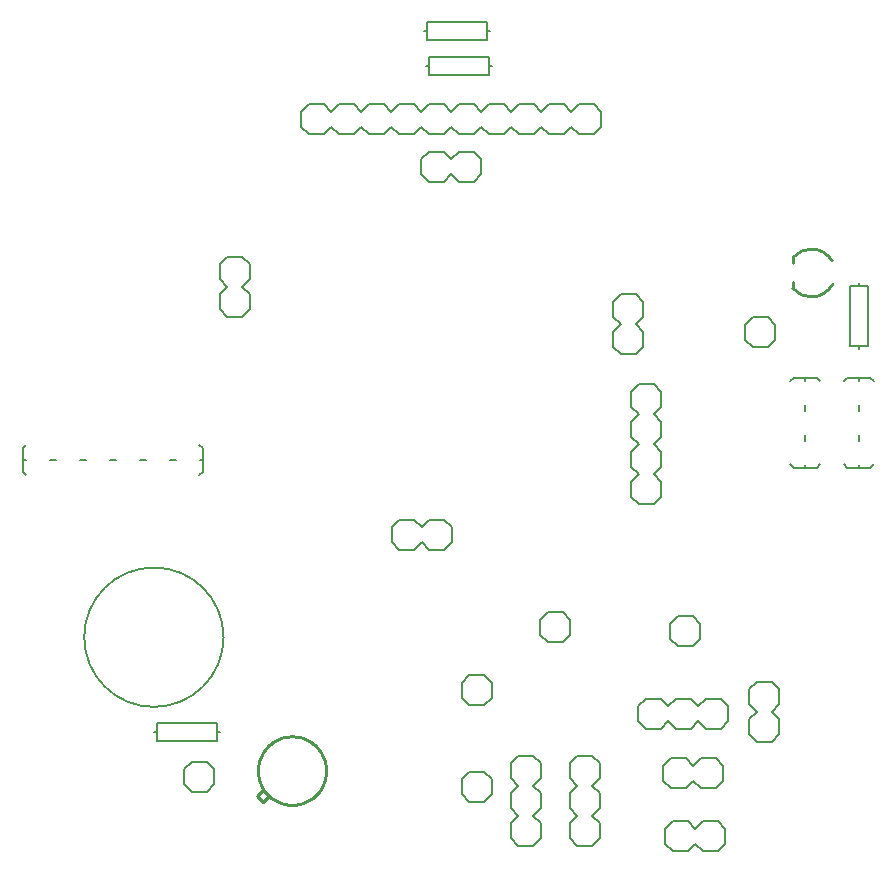
<source format=gbr>
G04 DipTrace 2.4.0.2*
%INTopSilk.gbr*%
%MOMM*%
%ADD10C,0.25*%
%ADD16C,0.203*%
%ADD17C,0.254*%
%FSLAX53Y53*%
G04*
G71*
G90*
G75*
G01*
%LNTopSilk*%
%LPD*%
X24577Y9466D2*
D10*
X24077Y8966D1*
Y9966D2*
X23577Y9466D1*
X24077Y8966D1*
X23637Y11621D2*
X23644Y11822D1*
X23665Y12023D1*
X23700Y12222D1*
X23749Y12418D1*
X23812Y12610D1*
X23887Y12798D1*
X23976Y12979D1*
X24077Y13154D1*
X24190Y13322D1*
X24314Y13481D1*
X24450Y13631D1*
X24595Y13771D1*
X24750Y13901D1*
X24913Y14020D1*
X25084Y14127D1*
X25263Y14222D1*
X25447Y14304D1*
X25637Y14373D1*
X25831Y14429D1*
X26029Y14471D1*
X26229Y14499D1*
X26431Y14513D1*
X26633D1*
X26834Y14499D1*
X27034Y14471D1*
X27232Y14429D1*
X27426Y14373D1*
X27616Y14304D1*
X27800Y14222D1*
X27979Y14127D1*
X28150Y14020D1*
X28314Y13901D1*
X28468Y13771D1*
X28614Y13631D1*
X28749Y13481D1*
X28873Y13322D1*
X28986Y13154D1*
X29087Y12979D1*
X29176Y12798D1*
X29251Y12610D1*
X29314Y12418D1*
X29363Y12222D1*
X29398Y12023D1*
X29419Y11822D1*
X29426Y11621D1*
X29419Y11419D1*
X29398Y11218D1*
X29363Y11019D1*
X29314Y10823D1*
X29251Y10631D1*
X29176Y10443D1*
X29087Y10262D1*
X28986Y10087D1*
X28873Y9919D1*
X28749Y9760D1*
X28614Y9610D1*
X28468Y9470D1*
X28314Y9340D1*
X28150Y9221D1*
X27979Y9114D1*
X27800Y9019D1*
X27616Y8937D1*
X27426Y8868D1*
X27232Y8812D1*
X27034Y8770D1*
X26834Y8742D1*
X26633Y8728D1*
X26431D1*
X26229Y8742D1*
X26029Y8770D1*
X25831Y8812D1*
X25637Y8868D1*
X25447Y8937D1*
X25263Y9019D1*
X25084Y9114D1*
X24913Y9221D1*
X24750Y9340D1*
X24595Y9470D1*
X24450Y9610D1*
X24314Y9760D1*
X24190Y9919D1*
X24077Y10087D1*
X23976Y10262D1*
X23887Y10443D1*
X23812Y10631D1*
X23749Y10823D1*
X23700Y11019D1*
X23665Y11218D1*
X23644Y11419D1*
X23637Y11621D1*
X15126Y15679D2*
D16*
X20207D1*
Y14917D1*
Y14155D1*
X15126D1*
Y14917D1*
Y15679D1*
X20207Y14917D2*
X20460D1*
X15126D2*
X14873D1*
X58595Y12687D2*
X59865D1*
X60500Y12052D1*
Y10782D2*
X59865Y10147D1*
X60500Y12052D2*
X61135Y12687D1*
X62405D1*
X63040Y12052D1*
Y10782D2*
X62405Y10147D1*
X61135D1*
X60500Y10782D1*
X57960Y12052D2*
Y10782D1*
X58595Y12687D2*
X57960Y12052D1*
Y10782D2*
X58595Y10147D1*
X59865D2*
X58595D1*
X63040Y12052D2*
Y10782D1*
X62572Y4813D2*
X61302D1*
X60667Y5448D1*
Y6718D2*
X61302Y7353D1*
X60667Y5448D2*
X60032Y4813D1*
X58762D1*
X58127Y5448D1*
Y6718D2*
X58762Y7353D1*
X60032D1*
X60667Y6718D1*
X63207Y5448D2*
Y6718D1*
X62572Y4813D2*
X63207Y5448D1*
Y6718D2*
X62572Y7353D1*
X61302D2*
X62572D1*
X58127Y5448D2*
Y6718D1*
X65230Y14678D2*
Y15948D1*
X65865Y16583D1*
X67135D2*
X67770Y15948D1*
X65865Y16583D2*
X65230Y17218D1*
Y18488D1*
X65865Y19123D1*
X67135D2*
X67770Y18488D1*
Y17218D1*
X67135Y16583D1*
X65865Y14043D2*
X67135D1*
X65230Y14678D2*
X65865Y14043D1*
X67135D2*
X67770Y14678D1*
Y15948D2*
Y14678D1*
X65865Y19123D2*
X67135D1*
X60937Y17052D2*
X61572Y17687D1*
X62842D1*
X63477Y17052D1*
Y15782D2*
X62842Y15147D1*
X61572D1*
X60937Y15782D1*
X56491Y17687D2*
X57762D1*
X58396Y17052D1*
Y15782D2*
X57762Y15147D1*
X58396Y17052D2*
X59032Y17687D1*
X60301D1*
X60937Y17052D1*
Y15782D2*
X60301Y15147D1*
X59032D1*
X58396Y15782D1*
X55857Y17052D2*
Y15782D1*
X56491Y17687D2*
X55857Y17052D1*
Y15782D2*
X56491Y15147D1*
X57762D2*
X56491D1*
X63477Y17052D2*
Y15782D1*
X45698Y10354D2*
X45063Y10988D1*
Y12259D1*
X45698Y12893D1*
X46968D2*
X47603Y12259D1*
Y10988D1*
X46968Y10354D1*
X45063Y5908D2*
Y7178D1*
X45698Y7813D1*
X46968D2*
X47603Y7178D1*
X45698Y7813D2*
X45063Y8449D1*
Y9718D1*
X45698Y10354D1*
X46968D2*
X47603Y9718D1*
Y8449D1*
X46968Y7813D1*
X45698Y5273D2*
X46968D1*
X45063Y5908D2*
X45698Y5273D1*
X46968D2*
X47603Y5908D1*
Y7178D2*
Y5908D1*
X45698Y12893D2*
X46968D1*
X50698Y10354D2*
X50063Y10988D1*
Y12259D1*
X50698Y12893D1*
X51968D2*
X52603Y12259D1*
Y10988D1*
X51968Y10354D1*
X50063Y5908D2*
Y7178D1*
X50698Y7813D1*
X51968D2*
X52603Y7178D1*
X50698Y7813D2*
X50063Y8449D1*
Y9718D1*
X50698Y10354D1*
X51968D2*
X52603Y9718D1*
Y8449D1*
X51968Y7813D1*
X50698Y5273D2*
X51968D1*
X50063Y5908D2*
X50698Y5273D1*
X51968D2*
X52603Y5908D1*
Y7178D2*
Y5908D1*
X50698Y12893D2*
X51968D1*
X74500Y40068D2*
Y39559D1*
Y42607D2*
Y42099D1*
Y37273D2*
Y37527D1*
Y37273D2*
X73510D1*
X73230Y37553D1*
X74500Y37273D2*
X75490D1*
X75770Y37553D1*
X74500Y44893D2*
Y44640D1*
Y44893D2*
X75490D1*
X75770Y44614D1*
X74500Y44893D2*
X73510D1*
X73230Y44614D1*
X70000Y40068D2*
Y39559D1*
Y42607D2*
Y42099D1*
Y37273D2*
Y37527D1*
Y37273D2*
X69010D1*
X68730Y37553D1*
X70000Y37273D2*
X70990D1*
X71270Y37553D1*
X70000Y44893D2*
Y44640D1*
Y44893D2*
X70990D1*
X71270Y44614D1*
X70000Y44893D2*
X69010D1*
X68730Y44614D1*
X70500Y51718D2*
D17*
G02X68939Y52449I0J2032D01*
G01*
X72293Y52794D2*
G02X70500Y51718I-1794J958D01*
G01*
Y55782D2*
G03X68949Y55063I0J-2031D01*
G01*
X72264Y54758D2*
G03X70500Y55782I-1764J-1007D01*
G01*
X68925Y52454D2*
Y52962D1*
Y55046D2*
Y54588D1*
X73738Y47543D2*
D16*
Y52624D1*
X74500D1*
X75262D1*
Y47543D1*
X74500D1*
X73738D1*
X74500Y52624D2*
Y52877D1*
Y47543D2*
Y47290D1*
X6507Y37917D2*
X5999D1*
X9047D2*
X8540D1*
X11588D2*
X11079D1*
X14127D2*
X13619D1*
X16667D2*
X16160D1*
X3713D2*
X3968D1*
X3713D2*
Y38907D1*
X3992Y39187D1*
X3713Y37917D2*
Y36926D1*
X3992Y36647D1*
X18953Y37917D2*
X18699D1*
X18953D2*
Y36926D1*
X18674Y36647D1*
X18953Y37917D2*
Y38907D1*
X18674Y39187D1*
X43040Y73488D2*
X37960D1*
Y74250D1*
Y75012D1*
X43040D1*
Y74250D1*
Y73488D1*
X37960Y74250D2*
X37706D1*
X43040D2*
X43294D1*
X43207Y70488D2*
X38126D1*
Y71250D1*
Y72012D1*
X43207D1*
Y71250D1*
Y70488D1*
X38126Y71250D2*
X37873D1*
X43207D2*
X43460D1*
X8933Y22917D2*
G02X8933Y22917I5900J0D01*
G01*
X43175Y68020D2*
X44445D1*
X45080Y67385D1*
Y66115D2*
X44445Y65480D1*
X40000Y67385D2*
X40635Y68020D1*
X41905D1*
X42540Y67385D1*
Y66115D2*
X41905Y65480D1*
X40635D1*
X40000Y66115D1*
X43175Y68020D2*
X42540Y67385D1*
Y66115D2*
X43175Y65480D1*
X44445D2*
X43175D1*
X35555Y68020D2*
X36825D1*
X37460Y67385D1*
Y66115D2*
X36825Y65480D1*
X37460Y67385D2*
X38095Y68020D1*
X39365D1*
X40000Y67385D1*
Y66115D2*
X39365Y65480D1*
X38095D1*
X37460Y66115D1*
X32380Y67385D2*
X33015Y68020D1*
X34285D1*
X34920Y67385D1*
Y66115D2*
X34285Y65480D1*
X33015D1*
X32380Y66115D1*
X35555Y68020D2*
X34920Y67385D1*
Y66115D2*
X35555Y65480D1*
X36825D2*
X35555D1*
X27935Y68020D2*
X29205D1*
X29840Y67385D1*
Y66115D2*
X29205Y65480D1*
X29840Y67385D2*
X30475Y68020D1*
X31745D1*
X32380Y67385D1*
Y66115D2*
X31745Y65480D1*
X30475D1*
X29840Y66115D1*
X27300Y67385D2*
Y66115D1*
X27935Y68020D2*
X27300Y67385D1*
Y66115D2*
X27935Y65480D1*
X29205D2*
X27935D1*
X45715Y68020D2*
X46985D1*
X47620Y67385D1*
Y66115D2*
X46985Y65480D1*
X45715Y68020D2*
X45080Y67385D1*
Y66115D2*
X45715Y65480D1*
X46985D2*
X45715D1*
X48255Y68020D2*
X49525D1*
X50160Y67385D1*
Y66115D2*
X49525Y65480D1*
X48255Y68020D2*
X47620Y67385D1*
Y66115D2*
X48255Y65480D1*
X49525D2*
X48255D1*
X50795Y68020D2*
X52065D1*
X52700Y67385D1*
Y66115D1*
X52065Y65480D1*
X50795Y68020D2*
X50160Y67385D1*
Y66115D2*
X50795Y65480D1*
X52065D2*
X50795D1*
X20397Y50678D2*
Y51948D1*
X21032Y52583D1*
X22302D2*
X22937Y51948D1*
X21032Y52583D2*
X20397Y53218D1*
Y54488D1*
X21032Y55123D1*
X22302D2*
X22937Y54488D1*
Y53218D1*
X22302Y52583D1*
X21032Y50043D2*
X22302D1*
X20397Y50678D2*
X21032Y50043D1*
X22302D2*
X22937Y50678D1*
Y51948D2*
Y50678D1*
X21032Y55123D2*
X22302D1*
X35595Y32853D2*
X36865D1*
X37500Y32218D1*
Y30948D2*
X36865Y30313D1*
X37500Y32218D2*
X38135Y32853D1*
X39405D1*
X40040Y32218D1*
Y30948D2*
X39405Y30313D1*
X38135D1*
X37500Y30948D1*
X34960Y32218D2*
Y30948D1*
X35595Y32853D2*
X34960Y32218D1*
Y30948D2*
X35595Y30313D1*
X36865D2*
X35595D1*
X40040Y32218D2*
Y30948D1*
X38095Y64020D2*
X39365D1*
X40000Y63385D1*
Y62115D2*
X39365Y61480D1*
X40000Y63385D2*
X40635Y64020D1*
X41905D1*
X42540Y63385D1*
Y62115D2*
X41905Y61480D1*
X40635D1*
X40000Y62115D1*
X37460Y63385D2*
Y62115D1*
X38095Y64020D2*
X37460Y63385D1*
Y62115D2*
X38095Y61480D1*
X39365D2*
X38095D1*
X42540Y63385D2*
Y62115D1*
X61103Y24052D2*
X60468Y24687D1*
X59198D1*
X58563Y24052D1*
Y22782D1*
X59198Y22147D1*
X60468D1*
X61103Y22782D1*
Y24052D1*
X50103Y24385D2*
X49468Y25020D1*
X48198D1*
X47563Y24385D1*
Y23115D1*
X48198Y22480D1*
X49468D1*
X50103Y23115D1*
Y24385D1*
X55230Y42425D2*
Y43695D1*
X55865Y44330D1*
X57135D2*
X57770Y43695D1*
X55865Y39250D2*
X55230Y39885D1*
Y41155D1*
X55865Y41790D1*
X57135D2*
X57770Y41155D1*
Y39885D1*
X57135Y39250D1*
X55230Y42425D2*
X55865Y41790D1*
X57135D2*
X57770Y42425D1*
Y43695D2*
Y42425D1*
X55230Y34805D2*
Y36075D1*
X55865Y36710D1*
X57135D2*
X57770Y36075D1*
X55865Y36710D2*
X55230Y37345D1*
Y38615D1*
X55865Y39250D1*
X57135D2*
X57770Y38615D1*
Y37345D1*
X57135Y36710D1*
X55865Y34170D2*
X57135D1*
X55230Y34805D2*
X55865Y34170D1*
X57135D2*
X57770Y34805D1*
Y36075D2*
Y34805D1*
X55865Y44330D2*
X57135D1*
X43437Y19052D2*
X42802Y19687D1*
X41532D1*
X40897Y19052D1*
Y17782D1*
X41532Y17147D1*
X42802D1*
X43437Y17782D1*
Y19052D1*
Y10885D2*
X42802Y11520D1*
X41532D1*
X40897Y10885D1*
Y9615D1*
X41532Y8980D1*
X42802D1*
X43437Y9615D1*
Y10885D1*
X19937Y11718D2*
X19302Y12353D1*
X18032D1*
X17397Y11718D1*
Y10448D1*
X18032Y9813D1*
X19302D1*
X19937Y10448D1*
Y11718D1*
X53730Y47512D2*
Y48782D1*
X54365Y49417D1*
X55635D2*
X56270Y48782D1*
X54365Y49417D2*
X53730Y50052D1*
Y51322D1*
X54365Y51957D1*
X55635D2*
X56270Y51322D1*
Y50052D1*
X55635Y49417D1*
X54365Y46877D2*
X55635D1*
X53730Y47512D2*
X54365Y46877D1*
X55635D2*
X56270Y47512D1*
Y48782D2*
Y47512D1*
X54365Y51957D2*
X55635D1*
X67437Y49385D2*
X66802Y50020D1*
X65532D1*
X64897Y49385D1*
Y48115D1*
X65532Y47480D1*
X66802D1*
X67437Y48115D1*
Y49385D1*
M02*

</source>
